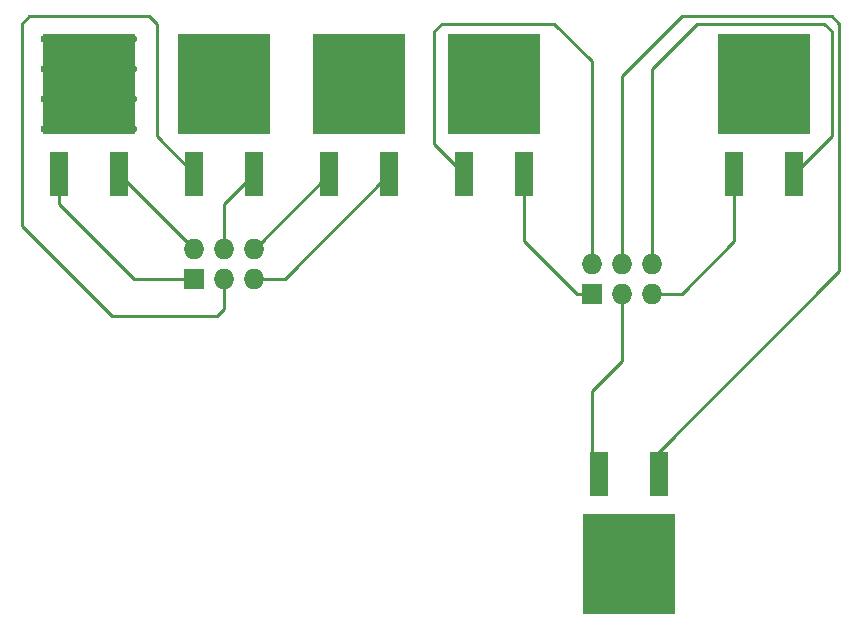
<source format=gtl>
G04 #@! TF.FileFunction,Copper,L1,Top,Signal*
%FSLAX46Y46*%
G04 Gerber Fmt 4.6, Leading zero omitted, Abs format (unit mm)*
G04 Created by KiCad (PCBNEW 4.0.7-e2-6376~58~ubuntu14.04.1) date Thu Nov 16 20:49:54 2017*
%MOMM*%
%LPD*%
G01*
G04 APERTURE LIST*
%ADD10C,0.100000*%
%ADD11R,1.727200X1.727200*%
%ADD12O,1.727200X1.727200*%
%ADD13R,7.870000X8.510000*%
%ADD14R,1.650000X3.810000*%
%ADD15C,0.600000*%
%ADD16C,0.250000*%
G04 APERTURE END LIST*
D10*
D11*
X154305000Y-108585000D03*
D12*
X154305000Y-106045000D03*
X156845000Y-108585000D03*
X156845000Y-106045000D03*
X159385000Y-108585000D03*
X159385000Y-106045000D03*
D11*
X187960000Y-109855000D03*
D12*
X187960000Y-107315000D03*
X190500000Y-109855000D03*
X190500000Y-107315000D03*
X193040000Y-109855000D03*
X193040000Y-107315000D03*
D13*
X168275000Y-92075000D03*
D14*
X170815000Y-99700000D03*
X165735000Y-99700000D03*
D13*
X156845000Y-92075000D03*
D14*
X159385000Y-99700000D03*
X154305000Y-99700000D03*
D13*
X145415000Y-92075000D03*
D14*
X147955000Y-99700000D03*
X142875000Y-99700000D03*
D13*
X179705000Y-92075000D03*
D14*
X182245000Y-99700000D03*
X177165000Y-99700000D03*
D13*
X191135000Y-132715000D03*
D14*
X188595000Y-125090000D03*
X193675000Y-125090000D03*
D13*
X202565000Y-92075000D03*
D14*
X205105000Y-99700000D03*
X200025000Y-99700000D03*
D15*
X165735000Y-89535000D03*
X168275000Y-89535000D03*
X165735000Y-92075000D03*
X165735000Y-94615000D03*
X168275000Y-94615000D03*
X170815000Y-94615000D03*
X170815000Y-92075000D03*
X170815000Y-89535000D03*
X168275000Y-92075000D03*
X154305000Y-89535000D03*
X154305000Y-94615000D03*
X159385000Y-94615000D03*
X159385000Y-89535000D03*
X156845000Y-94615000D03*
X154305000Y-92075000D03*
X156845000Y-89535000D03*
X159385000Y-92075000D03*
X156845000Y-92075000D03*
X141605000Y-95885000D03*
X141605000Y-88265000D03*
X149225000Y-95885000D03*
X149225000Y-88265000D03*
X149225000Y-90805000D03*
X144145000Y-88265000D03*
X146685000Y-88265000D03*
X141605000Y-90805000D03*
X141605000Y-93345000D03*
X149225000Y-93345000D03*
X144145000Y-95885000D03*
X146685000Y-95885000D03*
X144145000Y-90805000D03*
X146685000Y-90805000D03*
X144145000Y-93345000D03*
X146685000Y-93345000D03*
X142875000Y-92075000D03*
X142875000Y-94615000D03*
X145415000Y-94615000D03*
X147955000Y-94615000D03*
X147955000Y-92075000D03*
X142875000Y-89535000D03*
X145415000Y-89535000D03*
X147955000Y-89535000D03*
X145415000Y-92075000D03*
X177165000Y-89535000D03*
X177165000Y-92075000D03*
X177165000Y-94615000D03*
X179705000Y-94615000D03*
X182245000Y-94615000D03*
X182245000Y-92075000D03*
X182245000Y-89535000D03*
X179705000Y-89535000D03*
X179705000Y-92075000D03*
X188595000Y-130175000D03*
X188595000Y-132715000D03*
X188595000Y-135255000D03*
X191135000Y-135255000D03*
X193675000Y-135255000D03*
X193675000Y-130175000D03*
X191135000Y-130175000D03*
X193675000Y-132715000D03*
X191135000Y-132715000D03*
D16*
X142875000Y-99700000D02*
X142875000Y-102235000D01*
X149225000Y-108585000D02*
X154305000Y-108585000D01*
X142875000Y-102235000D02*
X149225000Y-108585000D01*
X154305000Y-106045000D02*
X154300000Y-106045000D01*
X154300000Y-106045000D02*
X147955000Y-99700000D01*
X156845000Y-108585000D02*
X156845000Y-111125000D01*
X151130000Y-96525000D02*
X154305000Y-99700000D01*
X151130000Y-86995000D02*
X151130000Y-96525000D01*
X150495000Y-86360000D02*
X151130000Y-86995000D01*
X140335000Y-86360000D02*
X150495000Y-86360000D01*
X139700000Y-86995000D02*
X140335000Y-86360000D01*
X139700000Y-104140000D02*
X139700000Y-86995000D01*
X147320000Y-111760000D02*
X139700000Y-104140000D01*
X156210000Y-111760000D02*
X147320000Y-111760000D01*
X156845000Y-111125000D02*
X156210000Y-111760000D01*
X156845000Y-106045000D02*
X156845000Y-102240000D01*
X156845000Y-102240000D02*
X159385000Y-99700000D01*
X159385000Y-108585000D02*
X161930000Y-108585000D01*
X161930000Y-108585000D02*
X170815000Y-99700000D01*
X159385000Y-106045000D02*
X159390000Y-106045000D01*
X159390000Y-106045000D02*
X165735000Y-99700000D01*
X187960000Y-109855000D02*
X186690000Y-109855000D01*
X182245000Y-105410000D02*
X182245000Y-99700000D01*
X186690000Y-109855000D02*
X182245000Y-105410000D01*
X187960000Y-107315000D02*
X187960000Y-90170000D01*
X174625000Y-97160000D02*
X177165000Y-99700000D01*
X174625000Y-87630000D02*
X174625000Y-97160000D01*
X175260000Y-86995000D02*
X174625000Y-87630000D01*
X184785000Y-86995000D02*
X175260000Y-86995000D01*
X187960000Y-90170000D02*
X184785000Y-86995000D01*
X187960000Y-123820000D02*
X187960000Y-118110000D01*
X190500000Y-115570000D02*
X190500000Y-109855000D01*
X187960000Y-118110000D02*
X190500000Y-115570000D01*
X190500000Y-107315000D02*
X190500000Y-91440000D01*
X208915000Y-107945000D02*
X193040000Y-123820000D01*
X208915000Y-86995000D02*
X208915000Y-107945000D01*
X208280000Y-86360000D02*
X208915000Y-86995000D01*
X195580000Y-86360000D02*
X208280000Y-86360000D01*
X190500000Y-91440000D02*
X195580000Y-86360000D01*
X193040000Y-109855000D02*
X195580000Y-109855000D01*
X200025000Y-105410000D02*
X200025000Y-99700000D01*
X195580000Y-109855000D02*
X200025000Y-105410000D01*
X193040000Y-107315000D02*
X193040000Y-90805000D01*
X208280000Y-96525000D02*
X205105000Y-99700000D01*
X208280000Y-87630000D02*
X208280000Y-96525000D01*
X207645000Y-86995000D02*
X208280000Y-87630000D01*
X196850000Y-86995000D02*
X207645000Y-86995000D01*
X193040000Y-90805000D02*
X196850000Y-86995000D01*
X165735000Y-89535000D02*
X168275000Y-92075000D01*
X168275000Y-89535000D02*
X168275000Y-92075000D01*
X165735000Y-92075000D02*
X168275000Y-92075000D01*
X165735000Y-94615000D02*
X168275000Y-92075000D01*
X168275000Y-94615000D02*
X168275000Y-92075000D01*
X170815000Y-94615000D02*
X168275000Y-92075000D01*
X170815000Y-92075000D02*
X168275000Y-92075000D01*
X170815000Y-89535000D02*
X168275000Y-92075000D01*
X154305000Y-89535000D02*
X156845000Y-92075000D01*
X154305000Y-94615000D02*
X156845000Y-92075000D01*
X159385000Y-94615000D02*
X156845000Y-92075000D01*
X159385000Y-89535000D02*
X156845000Y-92075000D01*
X156845000Y-94615000D02*
X156845000Y-92075000D01*
X154305000Y-92075000D02*
X156845000Y-92075000D01*
X156845000Y-89535000D02*
X156845000Y-92075000D01*
X159385000Y-92075000D02*
X156845000Y-92075000D01*
X141605000Y-95885000D02*
X145415000Y-92075000D01*
X141605000Y-88265000D02*
X145415000Y-92075000D01*
X149225000Y-95885000D02*
X145415000Y-92075000D01*
X149225000Y-88265000D02*
X145415000Y-92075000D01*
X149225000Y-90805000D02*
X147955000Y-92075000D01*
X147955000Y-92075000D02*
X145415000Y-92075000D01*
X144145000Y-88265000D02*
X145415000Y-89535000D01*
X145415000Y-89535000D02*
X145415000Y-92075000D01*
X146685000Y-88265000D02*
X145415000Y-89535000D01*
X145415000Y-89535000D02*
X145415000Y-92075000D01*
X141605000Y-90805000D02*
X142875000Y-92075000D01*
X142875000Y-92075000D02*
X145415000Y-92075000D01*
X141605000Y-93345000D02*
X142875000Y-92075000D01*
X142875000Y-92075000D02*
X145415000Y-92075000D01*
X149225000Y-93345000D02*
X147955000Y-92075000D01*
X147955000Y-92075000D02*
X145415000Y-92075000D01*
X144145000Y-95885000D02*
X145415000Y-94615000D01*
X145415000Y-94615000D02*
X145415000Y-92075000D01*
X146685000Y-95885000D02*
X145415000Y-94615000D01*
X145415000Y-94615000D02*
X145415000Y-92075000D01*
X144145000Y-90805000D02*
X145415000Y-92075000D01*
X146685000Y-90805000D02*
X145415000Y-92075000D01*
X144145000Y-93345000D02*
X145415000Y-92075000D01*
X146685000Y-93345000D02*
X145415000Y-92075000D01*
X142875000Y-92075000D02*
X145415000Y-92075000D01*
X142875000Y-94615000D02*
X145415000Y-92075000D01*
X145415000Y-94615000D02*
X145415000Y-92075000D01*
X147955000Y-94615000D02*
X145415000Y-92075000D01*
X147955000Y-92075000D02*
X145415000Y-92075000D01*
X142875000Y-89535000D02*
X145415000Y-92075000D01*
X145415000Y-89535000D02*
X145415000Y-92075000D01*
X147955000Y-89535000D02*
X145415000Y-92075000D01*
X177165000Y-89535000D02*
X179705000Y-92075000D01*
X177165000Y-92075000D02*
X179705000Y-92075000D01*
X177165000Y-94615000D02*
X179705000Y-92075000D01*
X179705000Y-94615000D02*
X179705000Y-92075000D01*
X182245000Y-94615000D02*
X179705000Y-92075000D01*
X182245000Y-92075000D02*
X179705000Y-92075000D01*
X182245000Y-89535000D02*
X179705000Y-92075000D01*
X179705000Y-89535000D02*
X179705000Y-92075000D01*
X188595000Y-130175000D02*
X191135000Y-132715000D01*
X188595000Y-132715000D02*
X191135000Y-132715000D01*
X188595000Y-135255000D02*
X191135000Y-132715000D01*
X191135000Y-135255000D02*
X191135000Y-132715000D01*
X193675000Y-135255000D02*
X191135000Y-132715000D01*
X193675000Y-130175000D02*
X191135000Y-132715000D01*
X191135000Y-130175000D02*
X191135000Y-132715000D01*
X193675000Y-132715000D02*
X191135000Y-132715000D01*
M02*

</source>
